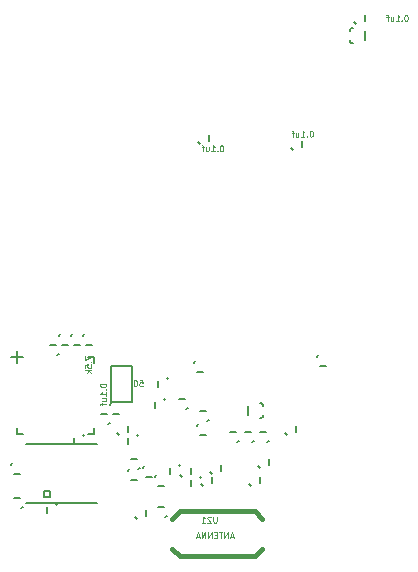
<source format=gbo>
G04 (created by PCBNEW-RS274X (2010-03-14)-final) date Mon 05 Jul 2010 03:41:04 PM EDT*
G01*
G70*
G90*
%MOIN*%
G04 Gerber Fmt 3.4, Leading zero omitted, Abs format*
%FSLAX34Y34*%
G04 APERTURE LIST*
%ADD10C,0.001000*%
%ADD11C,0.005000*%
%ADD12C,0.015000*%
%ADD13C,0.008000*%
%ADD14C,0.003300*%
G04 APERTURE END LIST*
G54D10*
G54D11*
X25250Y-26850D02*
X25200Y-26900D01*
X25500Y-27200D02*
X25300Y-27200D01*
X26050Y-26850D02*
X26000Y-26900D01*
X26300Y-27200D02*
X26100Y-27200D01*
X25650Y-26850D02*
X25600Y-26900D01*
X25900Y-27200D02*
X25700Y-27200D01*
X25150Y-27550D02*
X25200Y-27500D01*
X24900Y-27200D02*
X25100Y-27200D01*
X26050Y-30250D02*
X26000Y-30200D01*
X25700Y-30500D02*
X25700Y-30300D01*
X26850Y-29850D02*
X26900Y-29800D01*
X26600Y-29500D02*
X26800Y-29500D01*
X28850Y-28350D02*
X28800Y-28300D01*
X28500Y-28600D02*
X28500Y-28400D01*
X26950Y-29150D02*
X26900Y-29200D01*
X27200Y-29500D02*
X27000Y-29500D01*
X27150Y-30150D02*
X27200Y-30200D01*
X27500Y-29900D02*
X27500Y-30100D01*
X27850Y-31350D02*
X27900Y-31300D01*
X27600Y-31000D02*
X27800Y-31000D01*
X28450Y-31550D02*
X28400Y-31600D01*
X28700Y-31900D02*
X28500Y-31900D01*
X29250Y-31250D02*
X29200Y-31200D01*
X28900Y-31500D02*
X28900Y-31300D01*
X29250Y-31550D02*
X29300Y-31600D01*
X29600Y-31300D02*
X29600Y-31500D01*
X29950Y-31650D02*
X29900Y-31600D01*
X29600Y-31900D02*
X29600Y-31700D01*
X29950Y-31850D02*
X30000Y-31900D01*
X30300Y-31600D02*
X30300Y-31800D01*
X28750Y-32950D02*
X28800Y-32900D01*
X28500Y-32600D02*
X28700Y-32600D01*
X27750Y-32950D02*
X27800Y-33000D01*
X28100Y-32700D02*
X28100Y-32900D01*
X27550Y-31350D02*
X27500Y-31400D01*
X27800Y-31700D02*
X27600Y-31700D01*
X28050Y-31250D02*
X28000Y-31300D01*
X28300Y-31600D02*
X28100Y-31600D01*
X29450Y-29350D02*
X29500Y-29300D01*
X29200Y-29000D02*
X29400Y-29000D01*
X28750Y-29050D02*
X28700Y-29000D01*
X28400Y-29300D02*
X28400Y-29100D01*
X31150Y-30450D02*
X31200Y-30400D01*
X30900Y-30100D02*
X31100Y-30100D01*
X32150Y-30450D02*
X32200Y-30400D01*
X31900Y-30100D02*
X32100Y-30100D01*
X31650Y-30450D02*
X31700Y-30400D01*
X31400Y-30100D02*
X31600Y-30100D01*
X30250Y-31450D02*
X30300Y-31500D01*
X30600Y-31200D02*
X30600Y-31400D01*
X29750Y-27750D02*
X29700Y-27800D01*
X30000Y-28100D02*
X29800Y-28100D01*
X30150Y-29750D02*
X30200Y-29700D01*
X29900Y-29400D02*
X30100Y-29400D01*
X35050Y-16450D02*
X35100Y-16500D01*
X35400Y-16200D02*
X35400Y-16400D01*
X31850Y-31250D02*
X31900Y-31300D01*
X32200Y-31000D02*
X32200Y-31200D01*
X31550Y-31850D02*
X31600Y-31900D01*
X31900Y-31600D02*
X31900Y-31800D01*
X27850Y-30250D02*
X27800Y-30200D01*
X27500Y-30500D02*
X27500Y-30300D01*
X29850Y-29850D02*
X29800Y-29900D01*
X30100Y-30200D02*
X29900Y-30200D01*
X32950Y-20650D02*
X33000Y-20700D01*
X33300Y-20400D02*
X33300Y-20600D01*
X29850Y-20450D02*
X29900Y-20500D01*
X30200Y-20200D02*
X30200Y-20400D01*
X23650Y-31150D02*
X23600Y-31200D01*
X23900Y-31500D02*
X23700Y-31500D01*
X25150Y-32550D02*
X25100Y-32500D01*
X24800Y-32800D02*
X24800Y-32600D01*
X23950Y-32650D02*
X24000Y-32600D01*
X23700Y-32300D02*
X23900Y-32300D01*
X33850Y-27550D02*
X33800Y-27600D01*
X34100Y-27900D02*
X33900Y-27900D01*
X32000Y-29550D02*
X32000Y-29600D01*
X32000Y-29600D02*
X31950Y-29650D01*
X31950Y-29650D02*
X31900Y-29650D01*
X31900Y-29150D02*
X31950Y-29150D01*
X31950Y-29150D02*
X32000Y-29200D01*
X32000Y-29200D02*
X32000Y-29250D01*
X31500Y-29250D02*
X31500Y-29550D01*
X34900Y-16750D02*
X34900Y-16700D01*
X34900Y-16700D02*
X34950Y-16650D01*
X34950Y-16650D02*
X35000Y-16650D01*
X35000Y-17150D02*
X34950Y-17150D01*
X34950Y-17150D02*
X34900Y-17100D01*
X34900Y-17100D02*
X34900Y-17050D01*
X35400Y-17050D02*
X35400Y-16750D01*
G54D12*
X28979Y-33000D02*
X29229Y-32750D01*
X29229Y-32750D02*
X31729Y-32750D01*
X31729Y-32750D02*
X31979Y-33000D01*
X28979Y-34000D02*
X29229Y-34250D01*
X29229Y-34250D02*
X31729Y-34250D01*
X31729Y-34250D02*
X31979Y-34000D01*
G54D13*
X23624Y-27620D02*
X23820Y-27620D01*
X23820Y-27620D02*
X23820Y-27424D01*
X26380Y-27817D02*
X26380Y-27620D01*
X26380Y-27620D02*
X26183Y-27620D01*
X26183Y-30180D02*
X26380Y-30180D01*
X26380Y-30180D02*
X26380Y-29983D01*
X23820Y-29983D02*
X23820Y-30180D01*
X23820Y-30180D02*
X24017Y-30180D01*
X24017Y-27620D02*
X23820Y-27620D01*
X23820Y-27620D02*
X23820Y-27817D01*
G54D11*
X27650Y-27900D02*
X26950Y-27900D01*
X26950Y-27900D02*
X26950Y-29100D01*
X26950Y-29100D02*
X27650Y-29100D01*
X27650Y-29100D02*
X27650Y-27900D01*
G54D13*
X24709Y-32287D02*
X24906Y-32287D01*
X24906Y-32287D02*
X24906Y-32091D01*
X24906Y-32091D02*
X24709Y-32091D01*
X24709Y-32091D02*
X24709Y-32287D01*
X24119Y-30516D02*
X26481Y-30516D01*
X24119Y-32484D02*
X26481Y-32484D01*
G54D11*
X32750Y-30150D02*
X32800Y-30200D01*
X33100Y-29900D02*
X33100Y-30100D01*
G54D14*
X26083Y-27565D02*
X26083Y-27698D01*
X26283Y-27612D01*
X26264Y-27774D02*
X26273Y-27783D01*
X26283Y-27774D01*
X26273Y-27764D01*
X26264Y-27774D01*
X26283Y-27774D01*
X26083Y-27964D02*
X26083Y-27869D01*
X26178Y-27859D01*
X26169Y-27869D01*
X26159Y-27888D01*
X26159Y-27935D01*
X26169Y-27954D01*
X26178Y-27964D01*
X26197Y-27973D01*
X26245Y-27973D01*
X26264Y-27964D01*
X26273Y-27954D01*
X26283Y-27935D01*
X26283Y-27888D01*
X26273Y-27869D01*
X26264Y-27859D01*
X26283Y-28059D02*
X26083Y-28059D01*
X26207Y-28078D02*
X26283Y-28135D01*
X26150Y-28135D02*
X26226Y-28059D01*
X26579Y-28547D02*
X26579Y-28566D01*
X26588Y-28585D01*
X26598Y-28594D01*
X26617Y-28604D01*
X26655Y-28613D01*
X26703Y-28613D01*
X26741Y-28604D01*
X26760Y-28594D01*
X26769Y-28585D01*
X26779Y-28566D01*
X26779Y-28547D01*
X26769Y-28528D01*
X26760Y-28518D01*
X26741Y-28509D01*
X26703Y-28499D01*
X26655Y-28499D01*
X26617Y-28509D01*
X26598Y-28518D01*
X26588Y-28528D01*
X26579Y-28547D01*
X26760Y-28699D02*
X26769Y-28708D01*
X26779Y-28699D01*
X26769Y-28689D01*
X26760Y-28699D01*
X26779Y-28699D01*
X26779Y-28898D02*
X26779Y-28784D01*
X26779Y-28841D02*
X26579Y-28841D01*
X26608Y-28822D01*
X26627Y-28803D01*
X26636Y-28784D01*
X26646Y-29069D02*
X26779Y-29069D01*
X26646Y-28984D02*
X26750Y-28984D01*
X26769Y-28993D01*
X26779Y-29012D01*
X26779Y-29041D01*
X26769Y-29060D01*
X26760Y-29069D01*
X26646Y-29136D02*
X26646Y-29212D01*
X26779Y-29165D02*
X26608Y-29165D01*
X26588Y-29174D01*
X26579Y-29193D01*
X26579Y-29212D01*
X27893Y-28383D02*
X27988Y-28383D01*
X27998Y-28478D01*
X27988Y-28469D01*
X27969Y-28459D01*
X27922Y-28459D01*
X27903Y-28469D01*
X27893Y-28478D01*
X27884Y-28497D01*
X27884Y-28545D01*
X27893Y-28564D01*
X27903Y-28573D01*
X27922Y-28583D01*
X27969Y-28583D01*
X27988Y-28573D01*
X27998Y-28564D01*
X27760Y-28383D02*
X27741Y-28383D01*
X27722Y-28392D01*
X27713Y-28402D01*
X27703Y-28421D01*
X27694Y-28459D01*
X27694Y-28507D01*
X27703Y-28545D01*
X27713Y-28564D01*
X27722Y-28573D01*
X27741Y-28583D01*
X27760Y-28583D01*
X27779Y-28573D01*
X27789Y-28564D01*
X27798Y-28545D01*
X27808Y-28507D01*
X27808Y-28459D01*
X27798Y-28421D01*
X27789Y-28402D01*
X27779Y-28392D01*
X27760Y-28383D01*
X36787Y-16207D02*
X36768Y-16207D01*
X36749Y-16216D01*
X36740Y-16226D01*
X36730Y-16245D01*
X36721Y-16283D01*
X36721Y-16331D01*
X36730Y-16369D01*
X36740Y-16388D01*
X36749Y-16397D01*
X36768Y-16407D01*
X36787Y-16407D01*
X36806Y-16397D01*
X36816Y-16388D01*
X36825Y-16369D01*
X36835Y-16331D01*
X36835Y-16283D01*
X36825Y-16245D01*
X36816Y-16226D01*
X36806Y-16216D01*
X36787Y-16207D01*
X36635Y-16388D02*
X36626Y-16397D01*
X36635Y-16407D01*
X36645Y-16397D01*
X36635Y-16388D01*
X36635Y-16407D01*
X36436Y-16407D02*
X36550Y-16407D01*
X36493Y-16407D02*
X36493Y-16207D01*
X36512Y-16236D01*
X36531Y-16255D01*
X36550Y-16264D01*
X36265Y-16274D02*
X36265Y-16407D01*
X36350Y-16274D02*
X36350Y-16378D01*
X36341Y-16397D01*
X36322Y-16407D01*
X36293Y-16407D01*
X36274Y-16397D01*
X36265Y-16388D01*
X36198Y-16274D02*
X36122Y-16274D01*
X36169Y-16407D02*
X36169Y-16236D01*
X36160Y-16216D01*
X36141Y-16207D01*
X36122Y-16207D01*
X33626Y-20069D02*
X33607Y-20069D01*
X33588Y-20078D01*
X33579Y-20088D01*
X33569Y-20107D01*
X33560Y-20145D01*
X33560Y-20193D01*
X33569Y-20231D01*
X33579Y-20250D01*
X33588Y-20259D01*
X33607Y-20269D01*
X33626Y-20269D01*
X33645Y-20259D01*
X33655Y-20250D01*
X33664Y-20231D01*
X33674Y-20193D01*
X33674Y-20145D01*
X33664Y-20107D01*
X33655Y-20088D01*
X33645Y-20078D01*
X33626Y-20069D01*
X33474Y-20250D02*
X33465Y-20259D01*
X33474Y-20269D01*
X33484Y-20259D01*
X33474Y-20250D01*
X33474Y-20269D01*
X33275Y-20269D02*
X33389Y-20269D01*
X33332Y-20269D02*
X33332Y-20069D01*
X33351Y-20098D01*
X33370Y-20117D01*
X33389Y-20126D01*
X33104Y-20136D02*
X33104Y-20269D01*
X33189Y-20136D02*
X33189Y-20240D01*
X33180Y-20259D01*
X33161Y-20269D01*
X33132Y-20269D01*
X33113Y-20259D01*
X33104Y-20250D01*
X33037Y-20136D02*
X32961Y-20136D01*
X33008Y-20269D02*
X33008Y-20098D01*
X32999Y-20078D01*
X32980Y-20069D01*
X32961Y-20069D01*
X30635Y-20555D02*
X30616Y-20555D01*
X30597Y-20564D01*
X30588Y-20574D01*
X30578Y-20593D01*
X30569Y-20631D01*
X30569Y-20679D01*
X30578Y-20717D01*
X30588Y-20736D01*
X30597Y-20745D01*
X30616Y-20755D01*
X30635Y-20755D01*
X30654Y-20745D01*
X30664Y-20736D01*
X30673Y-20717D01*
X30683Y-20679D01*
X30683Y-20631D01*
X30673Y-20593D01*
X30664Y-20574D01*
X30654Y-20564D01*
X30635Y-20555D01*
X30483Y-20736D02*
X30474Y-20745D01*
X30483Y-20755D01*
X30493Y-20745D01*
X30483Y-20736D01*
X30483Y-20755D01*
X30284Y-20755D02*
X30398Y-20755D01*
X30341Y-20755D02*
X30341Y-20555D01*
X30360Y-20584D01*
X30379Y-20603D01*
X30398Y-20612D01*
X30113Y-20622D02*
X30113Y-20755D01*
X30198Y-20622D02*
X30198Y-20726D01*
X30189Y-20745D01*
X30170Y-20755D01*
X30141Y-20755D01*
X30122Y-20745D01*
X30113Y-20736D01*
X30046Y-20622D02*
X29970Y-20622D01*
X30017Y-20755D02*
X30017Y-20584D01*
X30008Y-20564D01*
X29989Y-20555D01*
X29970Y-20555D01*
X30467Y-32933D02*
X30467Y-33095D01*
X30458Y-33114D01*
X30448Y-33123D01*
X30429Y-33133D01*
X30391Y-33133D01*
X30372Y-33123D01*
X30363Y-33114D01*
X30353Y-33095D01*
X30353Y-32933D01*
X30267Y-32952D02*
X30257Y-32942D01*
X30238Y-32933D01*
X30191Y-32933D01*
X30172Y-32942D01*
X30162Y-32952D01*
X30153Y-32971D01*
X30153Y-32990D01*
X30162Y-33019D01*
X30276Y-33133D01*
X30153Y-33133D01*
X29963Y-33133D02*
X30077Y-33133D01*
X30020Y-33133D02*
X30020Y-32933D01*
X30039Y-32962D01*
X30058Y-32981D01*
X30077Y-32990D01*
X31017Y-33600D02*
X30922Y-33600D01*
X31036Y-33657D02*
X30969Y-33457D01*
X30903Y-33657D01*
X30836Y-33657D02*
X30836Y-33457D01*
X30722Y-33657D01*
X30722Y-33457D01*
X30655Y-33457D02*
X30541Y-33457D01*
X30598Y-33657D02*
X30598Y-33457D01*
X30474Y-33552D02*
X30408Y-33552D01*
X30379Y-33657D02*
X30474Y-33657D01*
X30474Y-33457D01*
X30379Y-33457D01*
X30293Y-33657D02*
X30293Y-33457D01*
X30179Y-33657D01*
X30179Y-33457D01*
X30083Y-33657D02*
X30083Y-33457D01*
X29969Y-33657D01*
X29969Y-33457D01*
X29883Y-33600D02*
X29788Y-33600D01*
X29902Y-33657D02*
X29835Y-33457D01*
X29769Y-33657D01*
M02*

</source>
